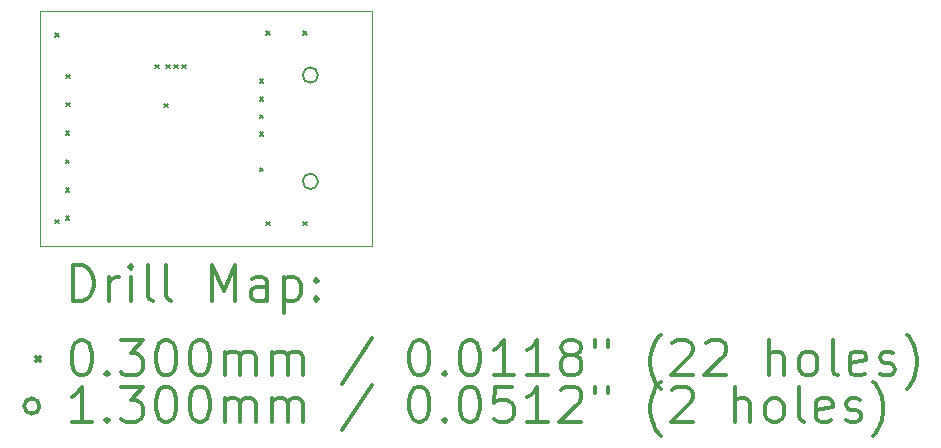
<source format=gbr>
%FSLAX45Y45*%
G04 Gerber Fmt 4.5, Leading zero omitted, Abs format (unit mm)*
G04 Created by KiCad (PCBNEW 5.1.10) date 2021-09-10 20:17:04*
%MOMM*%
%LPD*%
G01*
G04 APERTURE LIST*
%TA.AperFunction,Profile*%
%ADD10C,0.050000*%
%TD*%
%ADD11C,0.200000*%
%ADD12C,0.300000*%
G04 APERTURE END LIST*
D10*
X17350000Y-8505000D02*
X14540000Y-8505000D01*
X17350000Y-10492500D02*
X17350000Y-8505000D01*
X14625000Y-10492500D02*
X17350000Y-10492500D01*
X14540000Y-10492500D02*
X14625000Y-10492500D01*
X14540000Y-8527500D02*
X14540000Y-10492500D01*
X14540000Y-8505000D02*
X14540000Y-8527500D01*
D11*
X14670000Y-8695000D02*
X14700000Y-8725000D01*
X14700000Y-8695000D02*
X14670000Y-8725000D01*
X14670000Y-10275000D02*
X14700000Y-10305000D01*
X14700000Y-10275000D02*
X14670000Y-10305000D01*
X14760000Y-9525000D02*
X14790000Y-9555000D01*
X14790000Y-9525000D02*
X14760000Y-9555000D01*
X14760000Y-9765000D02*
X14790000Y-9795000D01*
X14790000Y-9765000D02*
X14760000Y-9795000D01*
X14760000Y-10005000D02*
X14790000Y-10035000D01*
X14790000Y-10005000D02*
X14760000Y-10035000D01*
X14760000Y-10245000D02*
X14790000Y-10275000D01*
X14790000Y-10245000D02*
X14760000Y-10275000D01*
X14765000Y-9045000D02*
X14795000Y-9075000D01*
X14795000Y-9045000D02*
X14765000Y-9075000D01*
X14765000Y-9285000D02*
X14795000Y-9315000D01*
X14795000Y-9285000D02*
X14765000Y-9315000D01*
X15515000Y-8960000D02*
X15545000Y-8990000D01*
X15545000Y-8960000D02*
X15515000Y-8990000D01*
X15595000Y-9290000D02*
X15625000Y-9320000D01*
X15625000Y-9290000D02*
X15595000Y-9320000D01*
X15608500Y-8960000D02*
X15638500Y-8990000D01*
X15638500Y-8960000D02*
X15608500Y-8990000D01*
X15677500Y-8960000D02*
X15707500Y-8990000D01*
X15707500Y-8960000D02*
X15677500Y-8990000D01*
X15746500Y-8960000D02*
X15776500Y-8990000D01*
X15776500Y-8960000D02*
X15746500Y-8990000D01*
X16400000Y-9085000D02*
X16430000Y-9115000D01*
X16430000Y-9085000D02*
X16400000Y-9115000D01*
X16400000Y-9235000D02*
X16430000Y-9265000D01*
X16430000Y-9235000D02*
X16400000Y-9265000D01*
X16400000Y-9385000D02*
X16430000Y-9415000D01*
X16430000Y-9385000D02*
X16400000Y-9415000D01*
X16400000Y-9535000D02*
X16430000Y-9565000D01*
X16430000Y-9535000D02*
X16400000Y-9565000D01*
X16400000Y-9835000D02*
X16430000Y-9865000D01*
X16430000Y-9835000D02*
X16400000Y-9865000D01*
X16455000Y-8680000D02*
X16485000Y-8710000D01*
X16485000Y-8680000D02*
X16455000Y-8710000D01*
X16455000Y-10290000D02*
X16485000Y-10320000D01*
X16485000Y-10290000D02*
X16455000Y-10320000D01*
X16770000Y-8680000D02*
X16800000Y-8710000D01*
X16800000Y-8680000D02*
X16770000Y-8710000D01*
X16770000Y-10290000D02*
X16800000Y-10320000D01*
X16800000Y-10290000D02*
X16770000Y-10320000D01*
X16895000Y-9048900D02*
G75*
G03*
X16895000Y-9048900I-65000J0D01*
G01*
X16895000Y-9948900D02*
G75*
G03*
X16895000Y-9948900I-65000J0D01*
G01*
D12*
X14823928Y-10960714D02*
X14823928Y-10660714D01*
X14895357Y-10660714D01*
X14938214Y-10675000D01*
X14966786Y-10703572D01*
X14981071Y-10732143D01*
X14995357Y-10789286D01*
X14995357Y-10832143D01*
X14981071Y-10889286D01*
X14966786Y-10917857D01*
X14938214Y-10946429D01*
X14895357Y-10960714D01*
X14823928Y-10960714D01*
X15123928Y-10960714D02*
X15123928Y-10760714D01*
X15123928Y-10817857D02*
X15138214Y-10789286D01*
X15152500Y-10775000D01*
X15181071Y-10760714D01*
X15209643Y-10760714D01*
X15309643Y-10960714D02*
X15309643Y-10760714D01*
X15309643Y-10660714D02*
X15295357Y-10675000D01*
X15309643Y-10689286D01*
X15323928Y-10675000D01*
X15309643Y-10660714D01*
X15309643Y-10689286D01*
X15495357Y-10960714D02*
X15466786Y-10946429D01*
X15452500Y-10917857D01*
X15452500Y-10660714D01*
X15652500Y-10960714D02*
X15623928Y-10946429D01*
X15609643Y-10917857D01*
X15609643Y-10660714D01*
X15995357Y-10960714D02*
X15995357Y-10660714D01*
X16095357Y-10875000D01*
X16195357Y-10660714D01*
X16195357Y-10960714D01*
X16466786Y-10960714D02*
X16466786Y-10803572D01*
X16452500Y-10775000D01*
X16423928Y-10760714D01*
X16366786Y-10760714D01*
X16338214Y-10775000D01*
X16466786Y-10946429D02*
X16438214Y-10960714D01*
X16366786Y-10960714D01*
X16338214Y-10946429D01*
X16323928Y-10917857D01*
X16323928Y-10889286D01*
X16338214Y-10860714D01*
X16366786Y-10846429D01*
X16438214Y-10846429D01*
X16466786Y-10832143D01*
X16609643Y-10760714D02*
X16609643Y-11060714D01*
X16609643Y-10775000D02*
X16638214Y-10760714D01*
X16695357Y-10760714D01*
X16723928Y-10775000D01*
X16738214Y-10789286D01*
X16752500Y-10817857D01*
X16752500Y-10903572D01*
X16738214Y-10932143D01*
X16723928Y-10946429D01*
X16695357Y-10960714D01*
X16638214Y-10960714D01*
X16609643Y-10946429D01*
X16881071Y-10932143D02*
X16895357Y-10946429D01*
X16881071Y-10960714D01*
X16866786Y-10946429D01*
X16881071Y-10932143D01*
X16881071Y-10960714D01*
X16881071Y-10775000D02*
X16895357Y-10789286D01*
X16881071Y-10803572D01*
X16866786Y-10789286D01*
X16881071Y-10775000D01*
X16881071Y-10803572D01*
X14507500Y-11440000D02*
X14537500Y-11470000D01*
X14537500Y-11440000D02*
X14507500Y-11470000D01*
X14881071Y-11290714D02*
X14909643Y-11290714D01*
X14938214Y-11305000D01*
X14952500Y-11319286D01*
X14966786Y-11347857D01*
X14981071Y-11405000D01*
X14981071Y-11476429D01*
X14966786Y-11533571D01*
X14952500Y-11562143D01*
X14938214Y-11576429D01*
X14909643Y-11590714D01*
X14881071Y-11590714D01*
X14852500Y-11576429D01*
X14838214Y-11562143D01*
X14823928Y-11533571D01*
X14809643Y-11476429D01*
X14809643Y-11405000D01*
X14823928Y-11347857D01*
X14838214Y-11319286D01*
X14852500Y-11305000D01*
X14881071Y-11290714D01*
X15109643Y-11562143D02*
X15123928Y-11576429D01*
X15109643Y-11590714D01*
X15095357Y-11576429D01*
X15109643Y-11562143D01*
X15109643Y-11590714D01*
X15223928Y-11290714D02*
X15409643Y-11290714D01*
X15309643Y-11405000D01*
X15352500Y-11405000D01*
X15381071Y-11419286D01*
X15395357Y-11433571D01*
X15409643Y-11462143D01*
X15409643Y-11533571D01*
X15395357Y-11562143D01*
X15381071Y-11576429D01*
X15352500Y-11590714D01*
X15266786Y-11590714D01*
X15238214Y-11576429D01*
X15223928Y-11562143D01*
X15595357Y-11290714D02*
X15623928Y-11290714D01*
X15652500Y-11305000D01*
X15666786Y-11319286D01*
X15681071Y-11347857D01*
X15695357Y-11405000D01*
X15695357Y-11476429D01*
X15681071Y-11533571D01*
X15666786Y-11562143D01*
X15652500Y-11576429D01*
X15623928Y-11590714D01*
X15595357Y-11590714D01*
X15566786Y-11576429D01*
X15552500Y-11562143D01*
X15538214Y-11533571D01*
X15523928Y-11476429D01*
X15523928Y-11405000D01*
X15538214Y-11347857D01*
X15552500Y-11319286D01*
X15566786Y-11305000D01*
X15595357Y-11290714D01*
X15881071Y-11290714D02*
X15909643Y-11290714D01*
X15938214Y-11305000D01*
X15952500Y-11319286D01*
X15966786Y-11347857D01*
X15981071Y-11405000D01*
X15981071Y-11476429D01*
X15966786Y-11533571D01*
X15952500Y-11562143D01*
X15938214Y-11576429D01*
X15909643Y-11590714D01*
X15881071Y-11590714D01*
X15852500Y-11576429D01*
X15838214Y-11562143D01*
X15823928Y-11533571D01*
X15809643Y-11476429D01*
X15809643Y-11405000D01*
X15823928Y-11347857D01*
X15838214Y-11319286D01*
X15852500Y-11305000D01*
X15881071Y-11290714D01*
X16109643Y-11590714D02*
X16109643Y-11390714D01*
X16109643Y-11419286D02*
X16123928Y-11405000D01*
X16152500Y-11390714D01*
X16195357Y-11390714D01*
X16223928Y-11405000D01*
X16238214Y-11433571D01*
X16238214Y-11590714D01*
X16238214Y-11433571D02*
X16252500Y-11405000D01*
X16281071Y-11390714D01*
X16323928Y-11390714D01*
X16352500Y-11405000D01*
X16366786Y-11433571D01*
X16366786Y-11590714D01*
X16509643Y-11590714D02*
X16509643Y-11390714D01*
X16509643Y-11419286D02*
X16523928Y-11405000D01*
X16552500Y-11390714D01*
X16595357Y-11390714D01*
X16623928Y-11405000D01*
X16638214Y-11433571D01*
X16638214Y-11590714D01*
X16638214Y-11433571D02*
X16652500Y-11405000D01*
X16681071Y-11390714D01*
X16723928Y-11390714D01*
X16752500Y-11405000D01*
X16766786Y-11433571D01*
X16766786Y-11590714D01*
X17352500Y-11276429D02*
X17095357Y-11662143D01*
X17738214Y-11290714D02*
X17766786Y-11290714D01*
X17795357Y-11305000D01*
X17809643Y-11319286D01*
X17823928Y-11347857D01*
X17838214Y-11405000D01*
X17838214Y-11476429D01*
X17823928Y-11533571D01*
X17809643Y-11562143D01*
X17795357Y-11576429D01*
X17766786Y-11590714D01*
X17738214Y-11590714D01*
X17709643Y-11576429D01*
X17695357Y-11562143D01*
X17681071Y-11533571D01*
X17666786Y-11476429D01*
X17666786Y-11405000D01*
X17681071Y-11347857D01*
X17695357Y-11319286D01*
X17709643Y-11305000D01*
X17738214Y-11290714D01*
X17966786Y-11562143D02*
X17981071Y-11576429D01*
X17966786Y-11590714D01*
X17952500Y-11576429D01*
X17966786Y-11562143D01*
X17966786Y-11590714D01*
X18166786Y-11290714D02*
X18195357Y-11290714D01*
X18223928Y-11305000D01*
X18238214Y-11319286D01*
X18252500Y-11347857D01*
X18266786Y-11405000D01*
X18266786Y-11476429D01*
X18252500Y-11533571D01*
X18238214Y-11562143D01*
X18223928Y-11576429D01*
X18195357Y-11590714D01*
X18166786Y-11590714D01*
X18138214Y-11576429D01*
X18123928Y-11562143D01*
X18109643Y-11533571D01*
X18095357Y-11476429D01*
X18095357Y-11405000D01*
X18109643Y-11347857D01*
X18123928Y-11319286D01*
X18138214Y-11305000D01*
X18166786Y-11290714D01*
X18552500Y-11590714D02*
X18381071Y-11590714D01*
X18466786Y-11590714D02*
X18466786Y-11290714D01*
X18438214Y-11333571D01*
X18409643Y-11362143D01*
X18381071Y-11376429D01*
X18838214Y-11590714D02*
X18666786Y-11590714D01*
X18752500Y-11590714D02*
X18752500Y-11290714D01*
X18723928Y-11333571D01*
X18695357Y-11362143D01*
X18666786Y-11376429D01*
X19009643Y-11419286D02*
X18981071Y-11405000D01*
X18966786Y-11390714D01*
X18952500Y-11362143D01*
X18952500Y-11347857D01*
X18966786Y-11319286D01*
X18981071Y-11305000D01*
X19009643Y-11290714D01*
X19066786Y-11290714D01*
X19095357Y-11305000D01*
X19109643Y-11319286D01*
X19123928Y-11347857D01*
X19123928Y-11362143D01*
X19109643Y-11390714D01*
X19095357Y-11405000D01*
X19066786Y-11419286D01*
X19009643Y-11419286D01*
X18981071Y-11433571D01*
X18966786Y-11447857D01*
X18952500Y-11476429D01*
X18952500Y-11533571D01*
X18966786Y-11562143D01*
X18981071Y-11576429D01*
X19009643Y-11590714D01*
X19066786Y-11590714D01*
X19095357Y-11576429D01*
X19109643Y-11562143D01*
X19123928Y-11533571D01*
X19123928Y-11476429D01*
X19109643Y-11447857D01*
X19095357Y-11433571D01*
X19066786Y-11419286D01*
X19238214Y-11290714D02*
X19238214Y-11347857D01*
X19352500Y-11290714D02*
X19352500Y-11347857D01*
X19795357Y-11705000D02*
X19781071Y-11690714D01*
X19752500Y-11647857D01*
X19738214Y-11619286D01*
X19723928Y-11576429D01*
X19709643Y-11505000D01*
X19709643Y-11447857D01*
X19723928Y-11376429D01*
X19738214Y-11333571D01*
X19752500Y-11305000D01*
X19781071Y-11262143D01*
X19795357Y-11247857D01*
X19895357Y-11319286D02*
X19909643Y-11305000D01*
X19938214Y-11290714D01*
X20009643Y-11290714D01*
X20038214Y-11305000D01*
X20052500Y-11319286D01*
X20066786Y-11347857D01*
X20066786Y-11376429D01*
X20052500Y-11419286D01*
X19881071Y-11590714D01*
X20066786Y-11590714D01*
X20181071Y-11319286D02*
X20195357Y-11305000D01*
X20223928Y-11290714D01*
X20295357Y-11290714D01*
X20323928Y-11305000D01*
X20338214Y-11319286D01*
X20352500Y-11347857D01*
X20352500Y-11376429D01*
X20338214Y-11419286D01*
X20166786Y-11590714D01*
X20352500Y-11590714D01*
X20709643Y-11590714D02*
X20709643Y-11290714D01*
X20838214Y-11590714D02*
X20838214Y-11433571D01*
X20823928Y-11405000D01*
X20795357Y-11390714D01*
X20752500Y-11390714D01*
X20723928Y-11405000D01*
X20709643Y-11419286D01*
X21023928Y-11590714D02*
X20995357Y-11576429D01*
X20981071Y-11562143D01*
X20966786Y-11533571D01*
X20966786Y-11447857D01*
X20981071Y-11419286D01*
X20995357Y-11405000D01*
X21023928Y-11390714D01*
X21066786Y-11390714D01*
X21095357Y-11405000D01*
X21109643Y-11419286D01*
X21123928Y-11447857D01*
X21123928Y-11533571D01*
X21109643Y-11562143D01*
X21095357Y-11576429D01*
X21066786Y-11590714D01*
X21023928Y-11590714D01*
X21295357Y-11590714D02*
X21266786Y-11576429D01*
X21252500Y-11547857D01*
X21252500Y-11290714D01*
X21523928Y-11576429D02*
X21495357Y-11590714D01*
X21438214Y-11590714D01*
X21409643Y-11576429D01*
X21395357Y-11547857D01*
X21395357Y-11433571D01*
X21409643Y-11405000D01*
X21438214Y-11390714D01*
X21495357Y-11390714D01*
X21523928Y-11405000D01*
X21538214Y-11433571D01*
X21538214Y-11462143D01*
X21395357Y-11490714D01*
X21652500Y-11576429D02*
X21681071Y-11590714D01*
X21738214Y-11590714D01*
X21766786Y-11576429D01*
X21781071Y-11547857D01*
X21781071Y-11533571D01*
X21766786Y-11505000D01*
X21738214Y-11490714D01*
X21695357Y-11490714D01*
X21666786Y-11476429D01*
X21652500Y-11447857D01*
X21652500Y-11433571D01*
X21666786Y-11405000D01*
X21695357Y-11390714D01*
X21738214Y-11390714D01*
X21766786Y-11405000D01*
X21881071Y-11705000D02*
X21895357Y-11690714D01*
X21923928Y-11647857D01*
X21938214Y-11619286D01*
X21952500Y-11576429D01*
X21966786Y-11505000D01*
X21966786Y-11447857D01*
X21952500Y-11376429D01*
X21938214Y-11333571D01*
X21923928Y-11305000D01*
X21895357Y-11262143D01*
X21881071Y-11247857D01*
X14537500Y-11851000D02*
G75*
G03*
X14537500Y-11851000I-65000J0D01*
G01*
X14981071Y-11986714D02*
X14809643Y-11986714D01*
X14895357Y-11986714D02*
X14895357Y-11686714D01*
X14866786Y-11729571D01*
X14838214Y-11758143D01*
X14809643Y-11772429D01*
X15109643Y-11958143D02*
X15123928Y-11972429D01*
X15109643Y-11986714D01*
X15095357Y-11972429D01*
X15109643Y-11958143D01*
X15109643Y-11986714D01*
X15223928Y-11686714D02*
X15409643Y-11686714D01*
X15309643Y-11801000D01*
X15352500Y-11801000D01*
X15381071Y-11815286D01*
X15395357Y-11829571D01*
X15409643Y-11858143D01*
X15409643Y-11929571D01*
X15395357Y-11958143D01*
X15381071Y-11972429D01*
X15352500Y-11986714D01*
X15266786Y-11986714D01*
X15238214Y-11972429D01*
X15223928Y-11958143D01*
X15595357Y-11686714D02*
X15623928Y-11686714D01*
X15652500Y-11701000D01*
X15666786Y-11715286D01*
X15681071Y-11743857D01*
X15695357Y-11801000D01*
X15695357Y-11872429D01*
X15681071Y-11929571D01*
X15666786Y-11958143D01*
X15652500Y-11972429D01*
X15623928Y-11986714D01*
X15595357Y-11986714D01*
X15566786Y-11972429D01*
X15552500Y-11958143D01*
X15538214Y-11929571D01*
X15523928Y-11872429D01*
X15523928Y-11801000D01*
X15538214Y-11743857D01*
X15552500Y-11715286D01*
X15566786Y-11701000D01*
X15595357Y-11686714D01*
X15881071Y-11686714D02*
X15909643Y-11686714D01*
X15938214Y-11701000D01*
X15952500Y-11715286D01*
X15966786Y-11743857D01*
X15981071Y-11801000D01*
X15981071Y-11872429D01*
X15966786Y-11929571D01*
X15952500Y-11958143D01*
X15938214Y-11972429D01*
X15909643Y-11986714D01*
X15881071Y-11986714D01*
X15852500Y-11972429D01*
X15838214Y-11958143D01*
X15823928Y-11929571D01*
X15809643Y-11872429D01*
X15809643Y-11801000D01*
X15823928Y-11743857D01*
X15838214Y-11715286D01*
X15852500Y-11701000D01*
X15881071Y-11686714D01*
X16109643Y-11986714D02*
X16109643Y-11786714D01*
X16109643Y-11815286D02*
X16123928Y-11801000D01*
X16152500Y-11786714D01*
X16195357Y-11786714D01*
X16223928Y-11801000D01*
X16238214Y-11829571D01*
X16238214Y-11986714D01*
X16238214Y-11829571D02*
X16252500Y-11801000D01*
X16281071Y-11786714D01*
X16323928Y-11786714D01*
X16352500Y-11801000D01*
X16366786Y-11829571D01*
X16366786Y-11986714D01*
X16509643Y-11986714D02*
X16509643Y-11786714D01*
X16509643Y-11815286D02*
X16523928Y-11801000D01*
X16552500Y-11786714D01*
X16595357Y-11786714D01*
X16623928Y-11801000D01*
X16638214Y-11829571D01*
X16638214Y-11986714D01*
X16638214Y-11829571D02*
X16652500Y-11801000D01*
X16681071Y-11786714D01*
X16723928Y-11786714D01*
X16752500Y-11801000D01*
X16766786Y-11829571D01*
X16766786Y-11986714D01*
X17352500Y-11672429D02*
X17095357Y-12058143D01*
X17738214Y-11686714D02*
X17766786Y-11686714D01*
X17795357Y-11701000D01*
X17809643Y-11715286D01*
X17823928Y-11743857D01*
X17838214Y-11801000D01*
X17838214Y-11872429D01*
X17823928Y-11929571D01*
X17809643Y-11958143D01*
X17795357Y-11972429D01*
X17766786Y-11986714D01*
X17738214Y-11986714D01*
X17709643Y-11972429D01*
X17695357Y-11958143D01*
X17681071Y-11929571D01*
X17666786Y-11872429D01*
X17666786Y-11801000D01*
X17681071Y-11743857D01*
X17695357Y-11715286D01*
X17709643Y-11701000D01*
X17738214Y-11686714D01*
X17966786Y-11958143D02*
X17981071Y-11972429D01*
X17966786Y-11986714D01*
X17952500Y-11972429D01*
X17966786Y-11958143D01*
X17966786Y-11986714D01*
X18166786Y-11686714D02*
X18195357Y-11686714D01*
X18223928Y-11701000D01*
X18238214Y-11715286D01*
X18252500Y-11743857D01*
X18266786Y-11801000D01*
X18266786Y-11872429D01*
X18252500Y-11929571D01*
X18238214Y-11958143D01*
X18223928Y-11972429D01*
X18195357Y-11986714D01*
X18166786Y-11986714D01*
X18138214Y-11972429D01*
X18123928Y-11958143D01*
X18109643Y-11929571D01*
X18095357Y-11872429D01*
X18095357Y-11801000D01*
X18109643Y-11743857D01*
X18123928Y-11715286D01*
X18138214Y-11701000D01*
X18166786Y-11686714D01*
X18538214Y-11686714D02*
X18395357Y-11686714D01*
X18381071Y-11829571D01*
X18395357Y-11815286D01*
X18423928Y-11801000D01*
X18495357Y-11801000D01*
X18523928Y-11815286D01*
X18538214Y-11829571D01*
X18552500Y-11858143D01*
X18552500Y-11929571D01*
X18538214Y-11958143D01*
X18523928Y-11972429D01*
X18495357Y-11986714D01*
X18423928Y-11986714D01*
X18395357Y-11972429D01*
X18381071Y-11958143D01*
X18838214Y-11986714D02*
X18666786Y-11986714D01*
X18752500Y-11986714D02*
X18752500Y-11686714D01*
X18723928Y-11729571D01*
X18695357Y-11758143D01*
X18666786Y-11772429D01*
X18952500Y-11715286D02*
X18966786Y-11701000D01*
X18995357Y-11686714D01*
X19066786Y-11686714D01*
X19095357Y-11701000D01*
X19109643Y-11715286D01*
X19123928Y-11743857D01*
X19123928Y-11772429D01*
X19109643Y-11815286D01*
X18938214Y-11986714D01*
X19123928Y-11986714D01*
X19238214Y-11686714D02*
X19238214Y-11743857D01*
X19352500Y-11686714D02*
X19352500Y-11743857D01*
X19795357Y-12101000D02*
X19781071Y-12086714D01*
X19752500Y-12043857D01*
X19738214Y-12015286D01*
X19723928Y-11972429D01*
X19709643Y-11901000D01*
X19709643Y-11843857D01*
X19723928Y-11772429D01*
X19738214Y-11729571D01*
X19752500Y-11701000D01*
X19781071Y-11658143D01*
X19795357Y-11643857D01*
X19895357Y-11715286D02*
X19909643Y-11701000D01*
X19938214Y-11686714D01*
X20009643Y-11686714D01*
X20038214Y-11701000D01*
X20052500Y-11715286D01*
X20066786Y-11743857D01*
X20066786Y-11772429D01*
X20052500Y-11815286D01*
X19881071Y-11986714D01*
X20066786Y-11986714D01*
X20423928Y-11986714D02*
X20423928Y-11686714D01*
X20552500Y-11986714D02*
X20552500Y-11829571D01*
X20538214Y-11801000D01*
X20509643Y-11786714D01*
X20466786Y-11786714D01*
X20438214Y-11801000D01*
X20423928Y-11815286D01*
X20738214Y-11986714D02*
X20709643Y-11972429D01*
X20695357Y-11958143D01*
X20681071Y-11929571D01*
X20681071Y-11843857D01*
X20695357Y-11815286D01*
X20709643Y-11801000D01*
X20738214Y-11786714D01*
X20781071Y-11786714D01*
X20809643Y-11801000D01*
X20823928Y-11815286D01*
X20838214Y-11843857D01*
X20838214Y-11929571D01*
X20823928Y-11958143D01*
X20809643Y-11972429D01*
X20781071Y-11986714D01*
X20738214Y-11986714D01*
X21009643Y-11986714D02*
X20981071Y-11972429D01*
X20966786Y-11943857D01*
X20966786Y-11686714D01*
X21238214Y-11972429D02*
X21209643Y-11986714D01*
X21152500Y-11986714D01*
X21123928Y-11972429D01*
X21109643Y-11943857D01*
X21109643Y-11829571D01*
X21123928Y-11801000D01*
X21152500Y-11786714D01*
X21209643Y-11786714D01*
X21238214Y-11801000D01*
X21252500Y-11829571D01*
X21252500Y-11858143D01*
X21109643Y-11886714D01*
X21366786Y-11972429D02*
X21395357Y-11986714D01*
X21452500Y-11986714D01*
X21481071Y-11972429D01*
X21495357Y-11943857D01*
X21495357Y-11929571D01*
X21481071Y-11901000D01*
X21452500Y-11886714D01*
X21409643Y-11886714D01*
X21381071Y-11872429D01*
X21366786Y-11843857D01*
X21366786Y-11829571D01*
X21381071Y-11801000D01*
X21409643Y-11786714D01*
X21452500Y-11786714D01*
X21481071Y-11801000D01*
X21595357Y-12101000D02*
X21609643Y-12086714D01*
X21638214Y-12043857D01*
X21652500Y-12015286D01*
X21666786Y-11972429D01*
X21681071Y-11901000D01*
X21681071Y-11843857D01*
X21666786Y-11772429D01*
X21652500Y-11729571D01*
X21638214Y-11701000D01*
X21609643Y-11658143D01*
X21595357Y-11643857D01*
M02*

</source>
